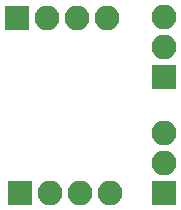
<source format=gbs>
G04 #@! TF.FileFunction,Soldermask,Bot*
%FSLAX46Y46*%
G04 Gerber Fmt 4.6, Leading zero omitted, Abs format (unit mm)*
G04 Created by KiCad (PCBNEW 4.0.7) date 2017 December 09, Saturday 06:19:51*
%MOMM*%
%LPD*%
G01*
G04 APERTURE LIST*
%ADD10C,0.100000*%
%ADD11R,2.100000X2.100000*%
%ADD12O,2.100000X2.100000*%
G04 APERTURE END LIST*
D10*
D11*
X135000000Y-108750000D03*
D12*
X137540000Y-108750000D03*
X140080000Y-108750000D03*
X142620000Y-108750000D03*
D11*
X134750000Y-94000000D03*
D12*
X137290000Y-94000000D03*
X139830000Y-94000000D03*
X142370000Y-94000000D03*
D11*
X147250000Y-108750000D03*
D12*
X147250000Y-106210000D03*
X147250000Y-103670000D03*
D11*
X147250000Y-99000000D03*
D12*
X147250000Y-96460000D03*
X147250000Y-93920000D03*
M02*

</source>
